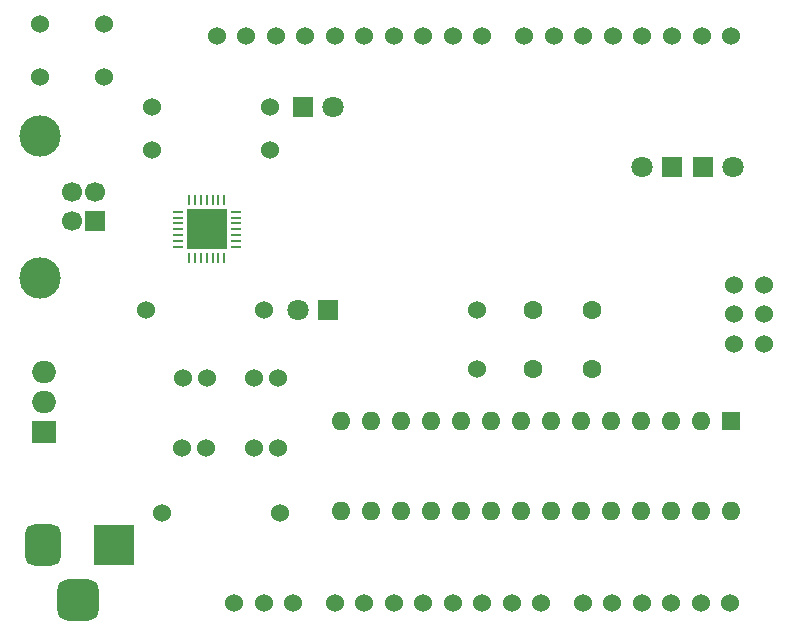
<source format=gbr>
%TF.GenerationSoftware,KiCad,Pcbnew,8.0.7*%
%TF.CreationDate,2025-08-15T01:52:06+02:00*%
%TF.ProjectId,Arduino,41726475-696e-46f2-9e6b-696361645f70,1*%
%TF.SameCoordinates,Original*%
%TF.FileFunction,Soldermask,Top*%
%TF.FilePolarity,Negative*%
%FSLAX46Y46*%
G04 Gerber Fmt 4.6, Leading zero omitted, Abs format (unit mm)*
G04 Created by KiCad (PCBNEW 8.0.7) date 2025-08-15 01:52:06*
%MOMM*%
%LPD*%
G01*
G04 APERTURE LIST*
G04 Aperture macros list*
%AMRoundRect*
0 Rectangle with rounded corners*
0 $1 Rounding radius*
0 $2 $3 $4 $5 $6 $7 $8 $9 X,Y pos of 4 corners*
0 Add a 4 corners polygon primitive as box body*
4,1,4,$2,$3,$4,$5,$6,$7,$8,$9,$2,$3,0*
0 Add four circle primitives for the rounded corners*
1,1,$1+$1,$2,$3*
1,1,$1+$1,$4,$5*
1,1,$1+$1,$6,$7*
1,1,$1+$1,$8,$9*
0 Add four rect primitives between the rounded corners*
20,1,$1+$1,$2,$3,$4,$5,0*
20,1,$1+$1,$4,$5,$6,$7,0*
20,1,$1+$1,$6,$7,$8,$9,0*
20,1,$1+$1,$8,$9,$2,$3,0*%
G04 Aperture macros list end*
%ADD10C,1.524000*%
%ADD11R,1.800000X1.800000*%
%ADD12C,1.800000*%
%ADD13C,1.600000*%
%ADD14RoundRect,0.062500X-0.062500X0.337500X-0.062500X-0.337500X0.062500X-0.337500X0.062500X0.337500X0*%
%ADD15RoundRect,0.062500X-0.337500X0.062500X-0.337500X-0.062500X0.337500X-0.062500X0.337500X0.062500X0*%
%ADD16R,3.350000X3.350000*%
%ADD17R,2.000000X1.905000*%
%ADD18O,2.000000X1.905000*%
%ADD19R,1.600000X1.600000*%
%ADD20O,1.600000X1.600000*%
%ADD21R,1.700000X1.700000*%
%ADD22C,1.700000*%
%ADD23C,3.500000*%
%ADD24R,3.500000X3.500000*%
%ADD25RoundRect,0.750000X-0.750000X-1.000000X0.750000X-1.000000X0.750000X1.000000X-0.750000X1.000000X0*%
%ADD26RoundRect,0.875000X-0.875000X-0.875000X0.875000X-0.875000X0.875000X0.875000X-0.875000X0.875000X0*%
G04 APERTURE END LIST*
D10*
%TO.C,SW1*%
X115850000Y-76300000D03*
X115850000Y-80800000D03*
X121350000Y-80800000D03*
X121350000Y-76300000D03*
%TD*%
D11*
%TO.C,D5*%
X138180000Y-83300000D03*
D12*
X140720000Y-83300000D03*
%TD*%
D13*
%TO.C,C1*%
X157650000Y-105500000D03*
X162650000Y-105500000D03*
%TD*%
D10*
%TO.C,J1*%
X161850000Y-125300000D03*
X164350000Y-125300000D03*
X166850000Y-125300000D03*
X169350000Y-125300000D03*
X171850000Y-125300000D03*
X174350000Y-125300000D03*
%TD*%
%TO.C,C4*%
X134050000Y-106250000D03*
X136050000Y-106250000D03*
%TD*%
%TO.C,D1*%
X126250000Y-117700000D03*
X136250000Y-117700000D03*
%TD*%
%TO.C,R3*%
X135350000Y-83300000D03*
X125350000Y-83300000D03*
%TD*%
%TO.C,C5*%
X134050000Y-112250000D03*
X136050000Y-112250000D03*
%TD*%
%TO.C,C6*%
X127950000Y-112250000D03*
X129950000Y-112250000D03*
%TD*%
D13*
%TO.C,C2*%
X157600000Y-100500000D03*
X162600000Y-100500000D03*
%TD*%
D10*
%TO.C,J3*%
X130850000Y-77300000D03*
X133350000Y-77300000D03*
X135850000Y-77300000D03*
X138350000Y-77300000D03*
X140850000Y-77300000D03*
X143350000Y-77300000D03*
X145850000Y-77300000D03*
X148350000Y-77300000D03*
X150850000Y-77300000D03*
X153350000Y-77300000D03*
%TD*%
D14*
%TO.C,U2*%
X131500000Y-91250000D03*
X131000000Y-91250000D03*
X130500000Y-91250000D03*
X130000000Y-91250000D03*
X129500000Y-91250000D03*
X129000000Y-91250000D03*
X128500000Y-91250000D03*
D15*
X127550000Y-92200000D03*
X127550000Y-92700000D03*
X127550000Y-93200000D03*
X127550000Y-93700000D03*
X127550000Y-94200000D03*
X127550000Y-94700000D03*
X127550000Y-95200000D03*
D14*
X128500000Y-96150000D03*
X129000000Y-96150000D03*
X129500000Y-96150000D03*
X130000000Y-96150000D03*
X130500000Y-96150000D03*
X131000000Y-96150000D03*
X131500000Y-96150000D03*
D15*
X132450000Y-95200000D03*
X132450000Y-94700000D03*
X132450000Y-94200000D03*
X132450000Y-93700000D03*
X132450000Y-93200000D03*
X132450000Y-92700000D03*
X132450000Y-92200000D03*
D16*
X130000000Y-93700000D03*
%TD*%
D10*
%TO.C,R2*%
X124850000Y-100500000D03*
X134850000Y-100500000D03*
%TD*%
%TO.C,J6*%
X132350000Y-125300000D03*
X134850000Y-125300000D03*
X137350000Y-125300000D03*
%TD*%
D11*
%TO.C,D4*%
X169380000Y-88400000D03*
D12*
X166840000Y-88400000D03*
%TD*%
D10*
%TO.C,J2*%
X174400000Y-77300000D03*
X171900000Y-77300000D03*
X169400000Y-77300000D03*
X166900000Y-77300000D03*
X164400000Y-77300000D03*
X161900000Y-77300000D03*
X159400000Y-77300000D03*
X156900000Y-77300000D03*
%TD*%
%TO.C,J7*%
X140850000Y-125300000D03*
X143350000Y-125300000D03*
X145850000Y-125300000D03*
X148350000Y-125300000D03*
X150850000Y-125300000D03*
X153350000Y-125300000D03*
X155850000Y-125300000D03*
X158350000Y-125300000D03*
%TD*%
%TO.C,C3*%
X128000000Y-106250000D03*
X130000000Y-106250000D03*
%TD*%
D17*
%TO.C,U3*%
X116250000Y-110850000D03*
D18*
X116250000Y-108310000D03*
X116250000Y-105770000D03*
%TD*%
D10*
%TO.C,R1*%
X125350000Y-87000000D03*
X135350000Y-87000000D03*
%TD*%
D11*
%TO.C,D2*%
X140250000Y-100500000D03*
D12*
X137710000Y-100500000D03*
%TD*%
D10*
%TO.C,Y1*%
X152900000Y-100500000D03*
X152900000Y-105500000D03*
%TD*%
D19*
%TO.C,U1*%
X174380000Y-109900000D03*
D20*
X171840000Y-109900000D03*
X169300000Y-109900000D03*
X166760000Y-109900000D03*
X164220000Y-109900000D03*
X161680000Y-109900000D03*
X159140000Y-109900000D03*
X156600000Y-109900000D03*
X154060000Y-109900000D03*
X151520000Y-109900000D03*
X148980000Y-109900000D03*
X146440000Y-109900000D03*
X143900000Y-109900000D03*
X141360000Y-109900000D03*
X141360000Y-117520000D03*
X143900000Y-117520000D03*
X146440000Y-117520000D03*
X148980000Y-117520000D03*
X151520000Y-117520000D03*
X154060000Y-117520000D03*
X156600000Y-117520000D03*
X159140000Y-117520000D03*
X161680000Y-117520000D03*
X164220000Y-117520000D03*
X166760000Y-117520000D03*
X169300000Y-117520000D03*
X171840000Y-117520000D03*
X174380000Y-117520000D03*
%TD*%
D21*
%TO.C,J8*%
X120560000Y-93030000D03*
D22*
X120560000Y-90530000D03*
X118560000Y-90530000D03*
X118560000Y-93030000D03*
D23*
X115850000Y-97800000D03*
X115850000Y-85760000D03*
%TD*%
D10*
%TO.C,J4*%
X174650000Y-103400000D03*
X174650000Y-100900000D03*
X174650000Y-98400000D03*
X177150000Y-103400000D03*
X177150000Y-100900000D03*
X177150000Y-98400000D03*
%TD*%
D24*
%TO.C,J5*%
X122150000Y-120392500D03*
D25*
X116150000Y-120392500D03*
D26*
X119150000Y-125092500D03*
%TD*%
D11*
%TO.C,D3*%
X172010000Y-88400000D03*
D12*
X174550000Y-88400000D03*
%TD*%
M02*

</source>
